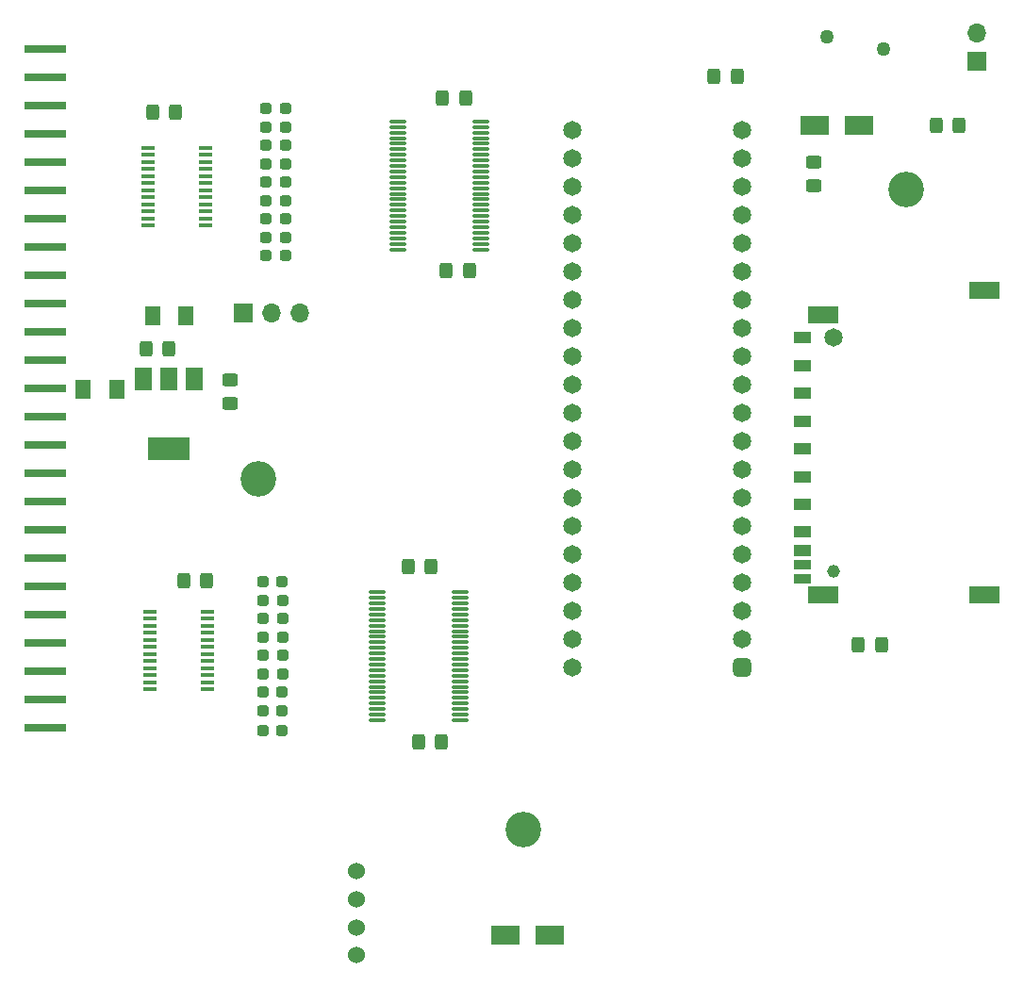
<source format=gbr>
%TF.GenerationSoftware,KiCad,Pcbnew,(6.0.2)*%
%TF.CreationDate,2022-04-15T06:16:40-06:00*%
%TF.ProjectId,XCVR_F1_SMD_V1,58435652-5f46-4315-9f53-4d445f56312e,rev?*%
%TF.SameCoordinates,Original*%
%TF.FileFunction,Soldermask,Top*%
%TF.FilePolarity,Negative*%
%FSLAX46Y46*%
G04 Gerber Fmt 4.6, Leading zero omitted, Abs format (unit mm)*
G04 Created by KiCad (PCBNEW (6.0.2)) date 2022-04-15 06:16:40*
%MOMM*%
%LPD*%
G01*
G04 APERTURE LIST*
G04 Aperture macros list*
%AMRoundRect*
0 Rectangle with rounded corners*
0 $1 Rounding radius*
0 $2 $3 $4 $5 $6 $7 $8 $9 X,Y pos of 4 corners*
0 Add a 4 corners polygon primitive as box body*
4,1,4,$2,$3,$4,$5,$6,$7,$8,$9,$2,$3,0*
0 Add four circle primitives for the rounded corners*
1,1,$1+$1,$2,$3*
1,1,$1+$1,$4,$5*
1,1,$1+$1,$6,$7*
1,1,$1+$1,$8,$9*
0 Add four rect primitives between the rounded corners*
20,1,$1+$1,$2,$3,$4,$5,0*
20,1,$1+$1,$4,$5,$6,$7,0*
20,1,$1+$1,$6,$7,$8,$9,0*
20,1,$1+$1,$8,$9,$2,$3,0*%
G04 Aperture macros list end*
%ADD10R,3.800000X0.750000*%
%ADD11RoundRect,0.237500X-0.287500X-0.237500X0.287500X-0.237500X0.287500X0.237500X-0.287500X0.237500X0*%
%ADD12C,1.524000*%
%ADD13C,3.200000*%
%ADD14RoundRect,0.250001X-0.462499X-0.624999X0.462499X-0.624999X0.462499X0.624999X-0.462499X0.624999X0*%
%ADD15RoundRect,0.250001X0.462499X0.624999X-0.462499X0.624999X-0.462499X-0.624999X0.462499X-0.624999X0*%
%ADD16RoundRect,0.237500X0.287500X0.237500X-0.287500X0.237500X-0.287500X-0.237500X0.287500X-0.237500X0*%
%ADD17R,1.500000X2.000000*%
%ADD18R,3.800000X2.000000*%
%ADD19R,1.200000X0.400000*%
%ADD20C,1.270000*%
%ADD21RoundRect,0.250000X-0.450000X0.325000X-0.450000X-0.325000X0.450000X-0.325000X0.450000X0.325000X0*%
%ADD22RoundRect,0.075000X-0.662500X-0.075000X0.662500X-0.075000X0.662500X0.075000X-0.662500X0.075000X0*%
%ADD23RoundRect,0.250000X-0.325000X-0.450000X0.325000X-0.450000X0.325000X0.450000X-0.325000X0.450000X0*%
%ADD24RoundRect,0.250000X0.325000X0.450000X-0.325000X0.450000X-0.325000X-0.450000X0.325000X-0.450000X0*%
%ADD25R,1.700000X1.700000*%
%ADD26O,1.700000X1.700000*%
%ADD27RoundRect,0.250000X0.450000X-0.325000X0.450000X0.325000X-0.450000X0.325000X-0.450000X-0.325000X0*%
%ADD28C,1.650000*%
%ADD29C,1.150000*%
%ADD30R,1.500000X0.960000*%
%ADD31R,1.500000X1.100000*%
%ADD32R,2.800000X1.500000*%
%ADD33R,2.500000X1.800000*%
%ADD34RoundRect,0.412500X0.412500X0.412500X-0.412500X0.412500X-0.412500X-0.412500X0.412500X-0.412500X0*%
G04 APERTURE END LIST*
D10*
%TO.C,J3*%
X107017820Y-129484120D03*
X107017820Y-126944120D03*
X107017820Y-124404120D03*
X107017820Y-121864120D03*
X107017820Y-119324120D03*
X107017820Y-116784120D03*
X107017820Y-114244120D03*
X107017820Y-111704120D03*
X107017820Y-109164120D03*
X107017820Y-106624120D03*
X107017820Y-104084120D03*
X107017820Y-101544120D03*
X107017820Y-99004120D03*
X107017820Y-96464120D03*
X107017820Y-93924120D03*
X107017820Y-91384120D03*
X107017820Y-88844120D03*
X107017820Y-86304120D03*
X107017820Y-83764120D03*
X107017820Y-81224120D03*
X107017820Y-78684120D03*
X107017820Y-76144120D03*
X107017820Y-73604120D03*
X107017820Y-71064120D03*
X107017820Y-68524120D03*
%TD*%
D11*
%TO.C,R6*%
X126537780Y-119689880D03*
X128287780Y-119689880D03*
%TD*%
%TO.C,R4*%
X126537780Y-118038880D03*
X128287780Y-118038880D03*
%TD*%
%TO.C,R5*%
X126523780Y-126293880D03*
X128273780Y-126293880D03*
%TD*%
%TO.C,R10*%
X126523780Y-128008380D03*
X128273780Y-128008380D03*
%TD*%
%TO.C,R7*%
X126537780Y-124642880D03*
X128287780Y-124642880D03*
%TD*%
%TO.C,R8*%
X126537780Y-121340880D03*
X128287780Y-121340880D03*
%TD*%
%TO.C,R1*%
X126523780Y-116387880D03*
X128273780Y-116387880D03*
%TD*%
%TO.C,R11*%
X126523780Y-129786380D03*
X128273780Y-129786380D03*
%TD*%
%TO.C,R9*%
X126537780Y-122991880D03*
X128287780Y-122991880D03*
%TD*%
D12*
%TO.C,J4*%
X134917180Y-149919060D03*
X134917180Y-147419060D03*
X134917180Y-144919060D03*
X134917180Y-142419060D03*
%TD*%
D13*
%TO.C,REF\u002A\u002A*%
X149900640Y-138628120D03*
%TD*%
%TO.C,REF\u002A\u002A*%
X126138940Y-107116880D03*
%TD*%
%TO.C,REF\u002A\u002A*%
X184279540Y-81127600D03*
%TD*%
D14*
%TO.C,C1*%
X116664080Y-92506800D03*
X119639080Y-92506800D03*
%TD*%
D15*
%TO.C,C2*%
X113386260Y-99082860D03*
X110411260Y-99082860D03*
%TD*%
D11*
%TO.C,R3*%
X126804420Y-73916540D03*
X128554420Y-73916540D03*
%TD*%
%TO.C,R2*%
X126804420Y-75567540D03*
X128554420Y-75567540D03*
%TD*%
D16*
%TO.C,R18*%
X128554420Y-83822540D03*
X126804420Y-83822540D03*
%TD*%
%TO.C,R17*%
X128554420Y-85473540D03*
X126804420Y-85473540D03*
%TD*%
%TO.C,R16*%
X128554420Y-87124540D03*
X126804420Y-87124540D03*
%TD*%
%TO.C,R15*%
X128554420Y-82171540D03*
X126804420Y-82171540D03*
%TD*%
%TO.C,R14*%
X128554420Y-80520540D03*
X126804420Y-80520540D03*
%TD*%
%TO.C,R13*%
X128554420Y-78869540D03*
X126804420Y-78869540D03*
%TD*%
%TO.C,R12*%
X128568420Y-77218540D03*
X126818420Y-77218540D03*
%TD*%
D17*
%TO.C,U3*%
X120393220Y-98146920D03*
X118093220Y-98146920D03*
D18*
X118093220Y-104446920D03*
D17*
X115793220Y-98146920D03*
%TD*%
D19*
%TO.C,U2*%
X116203420Y-77409040D03*
X116203420Y-78044040D03*
X116203420Y-78679040D03*
X116203420Y-79314040D03*
X116203420Y-79949040D03*
X116203420Y-80584040D03*
X116203420Y-81219040D03*
X116203420Y-81854040D03*
X116203420Y-82489040D03*
X116203420Y-83124040D03*
X116203420Y-83759040D03*
X116203420Y-84394040D03*
X121403420Y-84394040D03*
X121403420Y-83759040D03*
X121403420Y-83124040D03*
X121403420Y-82489040D03*
X121403420Y-81854040D03*
X121403420Y-81219040D03*
X121403420Y-80584040D03*
X121403420Y-79949040D03*
X121403420Y-79314040D03*
X121403420Y-78679040D03*
X121403420Y-78044040D03*
X121403420Y-77409040D03*
%TD*%
%TO.C,U1*%
X116353280Y-119054880D03*
X116353280Y-119689880D03*
X116353280Y-120324880D03*
X116353280Y-120959880D03*
X116353280Y-121594880D03*
X116353280Y-122229880D03*
X116353280Y-122864880D03*
X116353280Y-123499880D03*
X116353280Y-124134880D03*
X116353280Y-124769880D03*
X116353280Y-125404880D03*
X116353280Y-126039880D03*
X121553280Y-126039880D03*
X121553280Y-125404880D03*
X121553280Y-124769880D03*
X121553280Y-124134880D03*
X121553280Y-123499880D03*
X121553280Y-122864880D03*
X121553280Y-122229880D03*
X121553280Y-121594880D03*
X121553280Y-120959880D03*
X121553280Y-120324880D03*
X121553280Y-119689880D03*
X121553280Y-119054880D03*
%TD*%
D20*
%TO.C,F1*%
X182298340Y-68559680D03*
X177218340Y-67416680D03*
%TD*%
D21*
%TO.C,C3*%
X176034700Y-78733540D03*
X176034700Y-80783540D03*
%TD*%
D22*
%TO.C,U4*%
X136832340Y-117330720D03*
X136832340Y-117830720D03*
X136832340Y-118330720D03*
X136832340Y-118830720D03*
X136832340Y-119330720D03*
X136832340Y-119830720D03*
X136832340Y-120330720D03*
X136832340Y-120830720D03*
X136832340Y-121330720D03*
X136832340Y-121830720D03*
X136832340Y-122330720D03*
X136832340Y-122830720D03*
X136832340Y-123330720D03*
X136832340Y-123830720D03*
X136832340Y-124330720D03*
X136832340Y-124830720D03*
X136832340Y-125330720D03*
X136832340Y-125830720D03*
X136832340Y-126330720D03*
X136832340Y-126830720D03*
X136832340Y-127330720D03*
X136832340Y-127830720D03*
X136832340Y-128330720D03*
X136832340Y-128830720D03*
X144257340Y-128830720D03*
X144257340Y-128330720D03*
X144257340Y-127830720D03*
X144257340Y-127330720D03*
X144257340Y-126830720D03*
X144257340Y-126330720D03*
X144257340Y-125830720D03*
X144257340Y-125330720D03*
X144257340Y-124830720D03*
X144257340Y-124330720D03*
X144257340Y-123830720D03*
X144257340Y-123330720D03*
X144257340Y-122830720D03*
X144257340Y-122330720D03*
X144257340Y-121830720D03*
X144257340Y-121330720D03*
X144257340Y-120830720D03*
X144257340Y-120330720D03*
X144257340Y-119830720D03*
X144257340Y-119330720D03*
X144257340Y-118830720D03*
X144257340Y-118330720D03*
X144257340Y-117830720D03*
X144257340Y-117330720D03*
%TD*%
%TO.C,U5*%
X138674820Y-75052480D03*
X138674820Y-75552480D03*
X138674820Y-76052480D03*
X138674820Y-76552480D03*
X138674820Y-77052480D03*
X138674820Y-77552480D03*
X138674820Y-78052480D03*
X138674820Y-78552480D03*
X138674820Y-79052480D03*
X138674820Y-79552480D03*
X138674820Y-80052480D03*
X138674820Y-80552480D03*
X138674820Y-81052480D03*
X138674820Y-81552480D03*
X138674820Y-82052480D03*
X138674820Y-82552480D03*
X138674820Y-83052480D03*
X138674820Y-83552480D03*
X138674820Y-84052480D03*
X138674820Y-84552480D03*
X138674820Y-85052480D03*
X138674820Y-85552480D03*
X138674820Y-86052480D03*
X138674820Y-86552480D03*
X146099820Y-86552480D03*
X146099820Y-86052480D03*
X146099820Y-85552480D03*
X146099820Y-85052480D03*
X146099820Y-84552480D03*
X146099820Y-84052480D03*
X146099820Y-83552480D03*
X146099820Y-83052480D03*
X146099820Y-82552480D03*
X146099820Y-82052480D03*
X146099820Y-81552480D03*
X146099820Y-81052480D03*
X146099820Y-80552480D03*
X146099820Y-80052480D03*
X146099820Y-79552480D03*
X146099820Y-79052480D03*
X146099820Y-78552480D03*
X146099820Y-78052480D03*
X146099820Y-77552480D03*
X146099820Y-77052480D03*
X146099820Y-76552480D03*
X146099820Y-76052480D03*
X146099820Y-75552480D03*
X146099820Y-75052480D03*
%TD*%
D23*
%TO.C,C4*%
X139600720Y-115072160D03*
X141650720Y-115072160D03*
%TD*%
%TO.C,C5*%
X142671580Y-72953880D03*
X144721580Y-72953880D03*
%TD*%
D24*
%TO.C,R19*%
X121478040Y-116304060D03*
X119428040Y-116304060D03*
%TD*%
D25*
%TO.C,J1*%
X190642240Y-69659499D03*
D26*
X190642240Y-67119499D03*
%TD*%
D24*
%TO.C,R21*%
X169108120Y-71031100D03*
X167058120Y-71031100D03*
%TD*%
%TO.C,C6*%
X118685420Y-74206100D03*
X116635420Y-74206100D03*
%TD*%
D23*
%TO.C,C7*%
X116060001Y-95455740D03*
X118110001Y-95455740D03*
%TD*%
D27*
%TO.C,C8*%
X123596400Y-100353080D03*
X123596400Y-98303080D03*
%TD*%
D23*
%TO.C,C9*%
X186965480Y-75399900D03*
X189015480Y-75399900D03*
%TD*%
%TO.C,C10*%
X140494800Y-130810000D03*
X142544800Y-130810000D03*
%TD*%
%TO.C,C11*%
X180012120Y-122087640D03*
X182062120Y-122087640D03*
%TD*%
D28*
%TO.C,SD1*%
X177811080Y-94415780D03*
D29*
X177811080Y-115415780D03*
D30*
X175011080Y-116095780D03*
X175011080Y-114895780D03*
D31*
X175011080Y-113595780D03*
X175011080Y-111895780D03*
X175011080Y-109465780D03*
X175011080Y-106965780D03*
X175011080Y-104465780D03*
X175011080Y-101965780D03*
X175011080Y-99465780D03*
X175011080Y-96965780D03*
X175011080Y-94465780D03*
D32*
X176811080Y-117555780D03*
X176811080Y-92455780D03*
X191311080Y-117555780D03*
X191311080Y-90255780D03*
%TD*%
D33*
%TO.C,D1*%
X176070760Y-75410060D03*
X180070760Y-75410060D03*
%TD*%
%TO.C,D2*%
X152301960Y-148130260D03*
X148301960Y-148130260D03*
%TD*%
D25*
%TO.C,J2*%
X124780040Y-92280740D03*
D26*
X127320040Y-92280740D03*
X129860040Y-92280740D03*
%TD*%
D23*
%TO.C,C12*%
X143017020Y-88447880D03*
X145067020Y-88447880D03*
%TD*%
D34*
%TO.C,BP2*%
X169524680Y-124063760D03*
D28*
X169524680Y-121523760D03*
X169524680Y-118983760D03*
X169524680Y-116443760D03*
X169524680Y-113903760D03*
X169524680Y-111363760D03*
X169524680Y-108823760D03*
X169524680Y-106283760D03*
X169524680Y-103743760D03*
X169524680Y-101203760D03*
X169524680Y-98663760D03*
X169524680Y-96123760D03*
X169524680Y-93583760D03*
X169524680Y-91043760D03*
X169524680Y-88503760D03*
X169524680Y-85963760D03*
X169524680Y-83423760D03*
X169524680Y-80883760D03*
X169524680Y-78343760D03*
X169524680Y-75803760D03*
X154284680Y-75803760D03*
X154284680Y-78343760D03*
X154284680Y-80883760D03*
X154284680Y-83423760D03*
X154284680Y-85963760D03*
X154284680Y-88503760D03*
X154284680Y-91043760D03*
X154284680Y-93583760D03*
X154284680Y-96123760D03*
X154284680Y-98663760D03*
X154284680Y-101203760D03*
X154284680Y-103743760D03*
X154284680Y-106283760D03*
X154284680Y-108823760D03*
X154284680Y-111363760D03*
X154284680Y-113903760D03*
X154284680Y-116443760D03*
X154284680Y-118983760D03*
X154284680Y-121523760D03*
X154284680Y-124063760D03*
%TD*%
M02*

</source>
